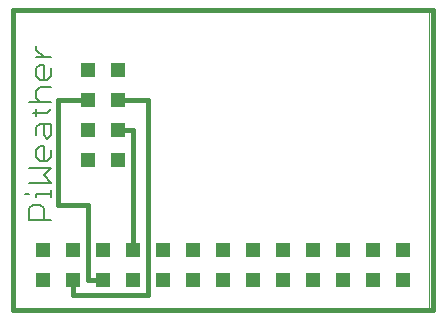
<source format=gtl>
G75*
%MOIN*%
%OFA0B0*%
%FSLAX24Y24*%
%IPPOS*%
%LPD*%
%AMOC8*
5,1,8,0,0,1.08239X$1,22.5*
%
%ADD10C,0.0000*%
%ADD11C,0.0060*%
%ADD12C,0.0160*%
%ADD13R,0.0515X0.0515*%
D10*
X000180Y000180D02*
X000180Y010176D01*
X014050Y010176D01*
X014050Y000180D01*
X000180Y000180D01*
D11*
X000709Y003194D02*
X000709Y003565D01*
X000833Y003688D01*
X001080Y003688D01*
X001203Y003565D01*
X001203Y003194D01*
X001450Y003194D02*
X000709Y003194D01*
X000956Y003931D02*
X000956Y004054D01*
X001450Y004054D01*
X001450Y003931D02*
X001450Y004178D01*
X001450Y004422D02*
X001203Y004669D01*
X001450Y004916D01*
X000709Y004916D01*
X000956Y005282D02*
X000956Y005529D01*
X001080Y005652D01*
X001203Y005652D01*
X001203Y005159D01*
X001080Y005159D02*
X000956Y005282D01*
X001080Y005159D02*
X001327Y005159D01*
X001450Y005282D01*
X001450Y005529D01*
X001327Y005895D02*
X001203Y006019D01*
X001203Y006389D01*
X001080Y006389D02*
X001450Y006389D01*
X001450Y006019D01*
X001327Y005895D01*
X000956Y006019D02*
X000956Y006265D01*
X001080Y006389D01*
X000956Y006632D02*
X000956Y006879D01*
X000833Y006755D02*
X001327Y006755D01*
X001450Y006879D01*
X001450Y007123D02*
X000709Y007123D01*
X000956Y007246D02*
X000956Y007493D01*
X001080Y007617D01*
X001450Y007617D01*
X001327Y007860D02*
X001080Y007860D01*
X000956Y007983D01*
X000956Y008230D01*
X001080Y008353D01*
X001203Y008353D01*
X001203Y007860D01*
X001327Y007860D02*
X001450Y007983D01*
X001450Y008230D01*
X001450Y008596D02*
X000956Y008596D01*
X001203Y008596D02*
X000956Y008843D01*
X000956Y008966D01*
X000956Y007246D02*
X001080Y007123D01*
X000709Y004422D02*
X001450Y004422D01*
X000709Y004054D02*
X000586Y004054D01*
D12*
X000180Y000180D02*
X000180Y010180D01*
X014180Y010180D01*
X014180Y000180D01*
X000180Y000180D01*
X002180Y000680D02*
X002180Y001180D01*
X002680Y001180D02*
X003180Y001180D01*
X002680Y001180D02*
X002680Y003680D01*
X001680Y003680D01*
X001680Y007180D01*
X002680Y007180D01*
X003680Y007180D02*
X004680Y007180D01*
X004680Y000680D01*
X002180Y000680D01*
X004180Y002180D02*
X004180Y006180D01*
X003680Y006180D01*
D13*
X003680Y006180D03*
X002680Y006180D03*
X002680Y005180D03*
X003680Y005180D03*
X003680Y007180D03*
X002680Y007180D03*
X002680Y008180D03*
X003680Y008180D03*
X003180Y002180D03*
X002180Y002180D03*
X001180Y002180D03*
X001180Y001180D03*
X002180Y001180D03*
X003180Y001180D03*
X004180Y001180D03*
X005180Y001180D03*
X006180Y001180D03*
X007180Y001180D03*
X008180Y001180D03*
X009180Y001180D03*
X010180Y001180D03*
X011180Y001180D03*
X012180Y001180D03*
X013180Y001180D03*
X013180Y002180D03*
X012180Y002180D03*
X011180Y002180D03*
X010180Y002180D03*
X009180Y002180D03*
X008180Y002180D03*
X007180Y002180D03*
X006180Y002180D03*
X005180Y002180D03*
X004180Y002180D03*
M02*

</source>
